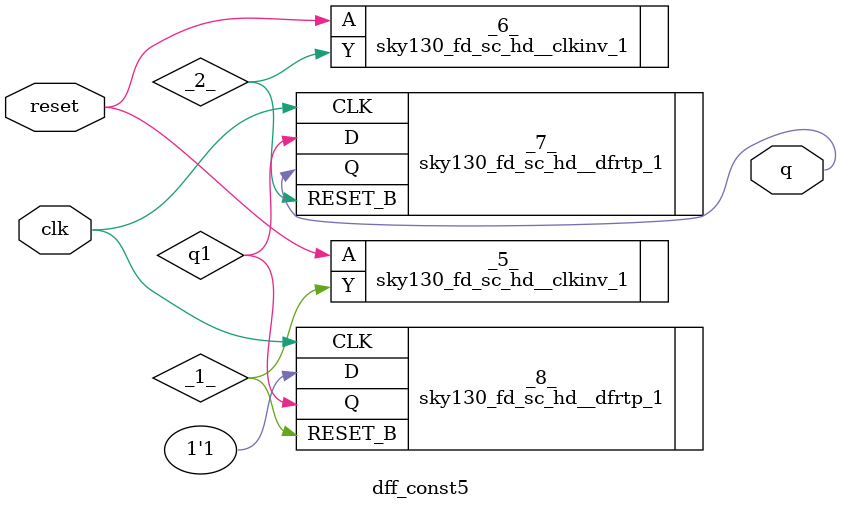
<source format=v>
/* Generated by Yosys 0.7 (git sha1 61f6811, gcc 6.2.0-11ubuntu1 -O2 -fdebug-prefix-map=/build/yosys-OIL3SR/yosys-0.7=. -fstack-protector-strong -fPIC -Os) */

module dff_const5(clk, reset, q);
  wire _0_;
  wire _1_;
  wire _2_;
  wire _3_;
  wire _4_;
  input clk;
  output q;
  wire q1;
  input reset;
  sky130_fd_sc_hd__clkinv_1 _5_ (
    .A(_0_),
    .Y(_1_)
  );
  sky130_fd_sc_hd__clkinv_1 _6_ (
    .A(_0_),
    .Y(_2_)
  );
  sky130_fd_sc_hd__dfrtp_1 _7_ (
    .CLK(clk),
    .D(q1),
    .Q(q),
    .RESET_B(_3_)
  );
  sky130_fd_sc_hd__dfrtp_1 _8_ (
    .CLK(clk),
    .D(1'b1),
    .Q(q1),
    .RESET_B(_4_)
  );
  assign _0_ = reset;
  assign _4_ = _1_;
  assign _3_ = _2_;
endmodule

</source>
